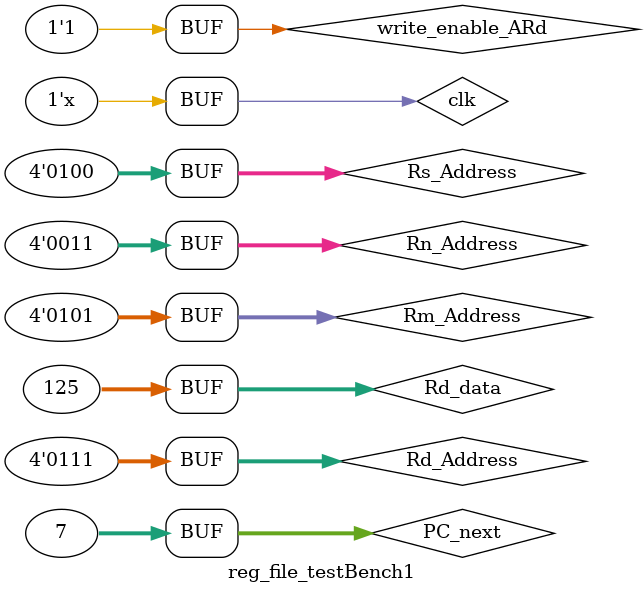
<source format=sv>
module reg_file_testBench1();
logic clk = 0;
logic write_enable_ARd = 0;
logic [3:0] Rn_Address = 0;
logic [3:0] Rs_Address = 0;
logic [3:0] Rm_Address = 0;
logic [3:0] Rd_Address = 0;
logic [31:0] Rn, Rs, Rm, Rd, Rd_data, PC_out, PC_next;

reg_file_test1 n1 (clk, write_enable_ARd, Rn_Address, Rs_Address, Rm_Address, Rd_Address, d_data, Rn, Rs, Rm, Rd, PC_out, PC_next);

always begin 
 #1 clk = ~clk;
end

initial begin
	#10 
	Rn_Address = 3;
	Rs_Address = 4;
	Rm_Address = 5;
	Rd_Address = 6;
	Rd_data = 173;
	PC_next = 4;
	Rd_data = 34;
	write_enable_ARd = 1; // enable

	#10 
	Rd_data = 38;
	PC_next = 5;
	write_enable_ARd = 0; // disable

	#10 
	PC_next = 6;
	write_enable_ARd = 1; // enable

	#10 
	Rd_data = 125;
	PC_next = 7;
	Rd_Address = 7;

end

endmodule
</source>
